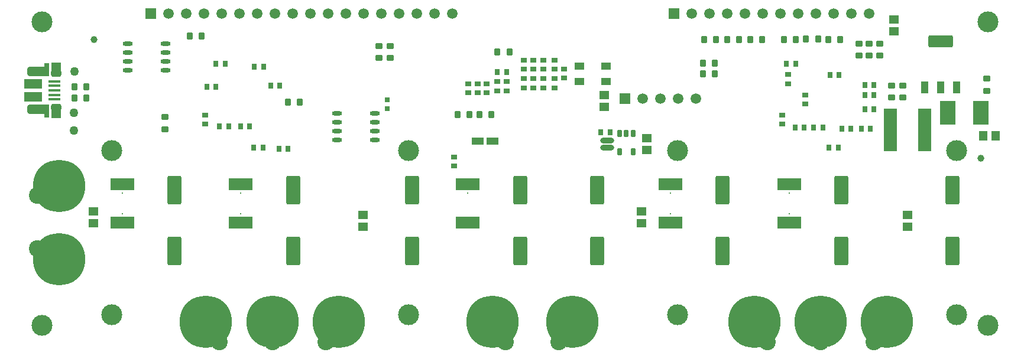
<source format=gbr>
%TF.GenerationSoftware,Altium Limited,Altium Designer,18.1.7 (191)*%
G04 Layer_Color=255*
%FSLAX25Y25*%
%MOIN*%
%TF.FileFunction,Pads,Bot*%
%TF.Part,Single*%
G01*
G75*
%TA.AperFunction,SMDPad,CuDef*%
%ADD10C,0.00984*%
%ADD11R,0.06693X0.03937*%
%TA.AperFunction,FiducialPad,Global*%
%ADD12C,0.03937*%
%TA.AperFunction,SMDPad,CuDef*%
G04:AMPARAMS|DCode=14|XSize=39.37mil|YSize=35.43mil|CornerRadius=4.43mil|HoleSize=0mil|Usage=FLASHONLY|Rotation=180.000|XOffset=0mil|YOffset=0mil|HoleType=Round|Shape=RoundedRectangle|*
%AMROUNDEDRECTD14*
21,1,0.03937,0.02657,0,0,180.0*
21,1,0.03051,0.03543,0,0,180.0*
1,1,0.00886,-0.01526,0.01329*
1,1,0.00886,0.01526,0.01329*
1,1,0.00886,0.01526,-0.01329*
1,1,0.00886,-0.01526,-0.01329*
%
%ADD14ROUNDEDRECTD14*%
G04:AMPARAMS|DCode=15|XSize=39.37mil|YSize=35.43mil|CornerRadius=4.43mil|HoleSize=0mil|Usage=FLASHONLY|Rotation=270.000|XOffset=0mil|YOffset=0mil|HoleType=Round|Shape=RoundedRectangle|*
%AMROUNDEDRECTD15*
21,1,0.03937,0.02657,0,0,270.0*
21,1,0.03051,0.03543,0,0,270.0*
1,1,0.00886,-0.01329,-0.01526*
1,1,0.00886,-0.01329,0.01526*
1,1,0.00886,0.01329,0.01526*
1,1,0.00886,0.01329,-0.01526*
%
%ADD15ROUNDEDRECTD15*%
%ADD25R,0.02756X0.03347*%
%ADD26R,0.03347X0.02756*%
%TA.AperFunction,ComponentPad*%
%ADD37C,0.29528*%
%ADD38C,0.11811*%
G04:AMPARAMS|DCode=39|XSize=51.18mil|YSize=86.61mil|CornerRadius=12.8mil|HoleSize=0mil|Usage=FLASHONLY|Rotation=90.000|XOffset=0mil|YOffset=0mil|HoleType=Round|Shape=RoundedRectangle|*
%AMROUNDEDRECTD39*
21,1,0.05118,0.06102,0,0,90.0*
21,1,0.02559,0.08661,0,0,90.0*
1,1,0.02559,0.03051,0.01280*
1,1,0.02559,0.03051,-0.01280*
1,1,0.02559,-0.03051,-0.01280*
1,1,0.02559,-0.03051,0.01280*
%
%ADD39ROUNDEDRECTD39*%
G04:AMPARAMS|DCode=40|XSize=41.34mil|YSize=57.48mil|CornerRadius=10.34mil|HoleSize=0mil|Usage=FLASHONLY|Rotation=90.000|XOffset=0mil|YOffset=0mil|HoleType=Round|Shape=RoundedRectangle|*
%AMROUNDEDRECTD40*
21,1,0.04134,0.03681,0,0,90.0*
21,1,0.02067,0.05748,0,0,90.0*
1,1,0.02067,0.01841,0.01034*
1,1,0.02067,0.01841,-0.01034*
1,1,0.02067,-0.01841,-0.01034*
1,1,0.02067,-0.01841,0.01034*
%
%ADD40ROUNDEDRECTD40*%
%ADD41C,0.05906*%
%ADD42R,0.05906X0.05906*%
%ADD43C,0.09449*%
%TA.AperFunction,SMDPad,CuDef*%
%ADD48R,0.04921X0.05709*%
%ADD49R,0.08858X0.13780*%
G04:AMPARAMS|DCode=50|XSize=137.8mil|YSize=68.9mil|CornerRadius=8.61mil|HoleSize=0mil|Usage=FLASHONLY|Rotation=180.000|XOffset=0mil|YOffset=0mil|HoleType=Round|Shape=RoundedRectangle|*
%AMROUNDEDRECTD50*
21,1,0.13780,0.05167,0,0,180.0*
21,1,0.12057,0.06890,0,0,180.0*
1,1,0.01722,-0.06029,0.02584*
1,1,0.01722,0.06029,0.02584*
1,1,0.01722,0.06029,-0.02584*
1,1,0.01722,-0.06029,-0.02584*
%
%ADD50ROUNDEDRECTD50*%
G04:AMPARAMS|DCode=51|XSize=43.31mil|YSize=68.9mil|CornerRadius=5.41mil|HoleSize=0mil|Usage=FLASHONLY|Rotation=180.000|XOffset=0mil|YOffset=0mil|HoleType=Round|Shape=RoundedRectangle|*
%AMROUNDEDRECTD51*
21,1,0.04331,0.05807,0,0,180.0*
21,1,0.03248,0.06890,0,0,180.0*
1,1,0.01083,-0.01624,0.02904*
1,1,0.01083,0.01624,0.02904*
1,1,0.01083,0.01624,-0.02904*
1,1,0.01083,-0.01624,-0.02904*
%
%ADD51ROUNDEDRECTD51*%
G04:AMPARAMS|DCode=52|XSize=43.31mil|YSize=68.9mil|CornerRadius=5.41mil|HoleSize=0mil|Usage=FLASHONLY|Rotation=180.000|XOffset=0mil|YOffset=0mil|HoleType=Round|Shape=RoundedRectangle|*
%AMROUNDEDRECTD52*
21,1,0.04331,0.05807,0,0,180.0*
21,1,0.03248,0.06890,0,0,180.0*
1,1,0.01083,-0.01624,0.02904*
1,1,0.01083,0.01624,0.02904*
1,1,0.01083,0.01624,-0.02904*
1,1,0.01083,-0.01624,-0.02904*
%
%ADD52ROUNDEDRECTD52*%
%ADD53R,0.05709X0.04921*%
G04:AMPARAMS|DCode=54|XSize=23.62mil|YSize=39.37mil|CornerRadius=2.95mil|HoleSize=0mil|Usage=FLASHONLY|Rotation=0.000|XOffset=0mil|YOffset=0mil|HoleType=Round|Shape=RoundedRectangle|*
%AMROUNDEDRECTD54*
21,1,0.02362,0.03347,0,0,0.0*
21,1,0.01772,0.03937,0,0,0.0*
1,1,0.00591,0.00886,-0.01673*
1,1,0.00591,-0.00886,-0.01673*
1,1,0.00591,-0.00886,0.01673*
1,1,0.00591,0.00886,0.01673*
%
%ADD54ROUNDEDRECTD54*%
%ADD55O,0.07874X0.03150*%
%ADD56R,0.03150X0.02559*%
G04:AMPARAMS|DCode=57|XSize=78.74mil|YSize=161.42mil|CornerRadius=9.84mil|HoleSize=0mil|Usage=FLASHONLY|Rotation=180.000|XOffset=0mil|YOffset=0mil|HoleType=Round|Shape=RoundedRectangle|*
%AMROUNDEDRECTD57*
21,1,0.07874,0.14173,0,0,180.0*
21,1,0.05906,0.16142,0,0,180.0*
1,1,0.01968,-0.02953,0.07087*
1,1,0.01968,0.02953,0.07087*
1,1,0.01968,0.02953,-0.07087*
1,1,0.01968,-0.02953,-0.07087*
%
%ADD57ROUNDEDRECTD57*%
%ADD58R,0.13583X0.07087*%
%ADD59R,0.05512X0.03937*%
%ADD60O,0.05709X0.02362*%
%ADD61R,0.07795X0.24488*%
%ADD62R,0.06890X0.01575*%
G04:AMPARAMS|DCode=63|XSize=51.18mil|YSize=86.61mil|CornerRadius=12.8mil|HoleSize=0mil|Usage=FLASHONLY|Rotation=90.000|XOffset=0mil|YOffset=0mil|HoleType=Round|Shape=RoundedRectangle|*
%AMROUNDEDRECTD63*
21,1,0.05118,0.06102,0,0,90.0*
21,1,0.02559,0.08661,0,0,90.0*
1,1,0.02559,0.03051,0.01280*
1,1,0.02559,0.03051,-0.01280*
1,1,0.02559,-0.03051,-0.01280*
1,1,0.02559,-0.03051,0.01280*
%
%ADD63ROUNDEDRECTD63*%
%ADD64R,0.09843X0.05610*%
%ADD65R,0.05748X0.06299*%
%ADD66R,0.02756X0.07185*%
%ADD67C,0.05000*%
D10*
X431102Y78740D02*
D03*
Y76772D02*
D03*
X364173Y78740D02*
D03*
Y76772D02*
D03*
X122047Y78740D02*
D03*
Y76772D02*
D03*
X55118Y78740D02*
D03*
Y76772D02*
D03*
Y92520D02*
D03*
Y90551D02*
D03*
X122047Y92520D02*
D03*
Y90551D02*
D03*
X250000Y92520D02*
D03*
Y90551D02*
D03*
X364173Y92520D02*
D03*
Y90551D02*
D03*
X431102Y92520D02*
D03*
Y90551D02*
D03*
D11*
X255709Y119685D02*
D03*
X263976D02*
D03*
D12*
X539370Y110236D02*
D03*
X39370Y177165D02*
D03*
D14*
X200000Y173425D02*
D03*
Y166732D02*
D03*
X206299Y173425D02*
D03*
Y166732D02*
D03*
X79134Y126575D02*
D03*
Y133268D02*
D03*
X495275Y144291D02*
D03*
Y150984D02*
D03*
X488976Y144291D02*
D03*
Y150984D02*
D03*
X482283Y167913D02*
D03*
Y174606D02*
D03*
X476378D02*
D03*
Y167913D02*
D03*
X470472Y174606D02*
D03*
Y167913D02*
D03*
X542520Y148228D02*
D03*
Y154921D02*
D03*
D15*
X389173Y163779D02*
D03*
X382480D02*
D03*
X389173Y157874D02*
D03*
X382480D02*
D03*
X453346Y177165D02*
D03*
X460039D02*
D03*
X440748Y177253D02*
D03*
X447441D02*
D03*
X428150Y177165D02*
D03*
X434842D02*
D03*
X415945Y177165D02*
D03*
X409252D02*
D03*
X402953Y177165D02*
D03*
X396260D02*
D03*
X389961Y177165D02*
D03*
X383268D02*
D03*
X273425Y170079D02*
D03*
X266732D02*
D03*
X263189Y134645D02*
D03*
X256496D02*
D03*
X250984Y134646D02*
D03*
X244291D02*
D03*
X148622Y141732D02*
D03*
X155315D02*
D03*
X34843Y144094D02*
D03*
X28150D02*
D03*
X34843Y150394D02*
D03*
X28150D02*
D03*
X99803Y179134D02*
D03*
X93110D02*
D03*
D25*
X330118Y124803D02*
D03*
X325000D02*
D03*
X266732Y158661D02*
D03*
X271850D02*
D03*
X478937Y151575D02*
D03*
X473819D02*
D03*
X478937Y137795D02*
D03*
X473819D02*
D03*
X478937Y145669D02*
D03*
X473819D02*
D03*
X471850Y126772D02*
D03*
X476968D02*
D03*
X460827D02*
D03*
X465945D02*
D03*
X453740Y116142D02*
D03*
X458858D02*
D03*
X459252Y157087D02*
D03*
X454134D02*
D03*
X445079Y127559D02*
D03*
X450197D02*
D03*
X429724Y163386D02*
D03*
X434842D02*
D03*
X439567Y127559D02*
D03*
X434449D02*
D03*
X143504Y115354D02*
D03*
X148622D02*
D03*
X129331Y116142D02*
D03*
X134449D02*
D03*
X138779Y151181D02*
D03*
X143898D02*
D03*
X134843Y161811D02*
D03*
X129724D02*
D03*
X121850Y127953D02*
D03*
X126969D02*
D03*
X108071Y163386D02*
D03*
X113189D02*
D03*
X115157Y127953D02*
D03*
X110039D02*
D03*
X102953Y150394D02*
D03*
X108071D02*
D03*
D26*
X255512Y152165D02*
D03*
Y147047D02*
D03*
X260630Y152165D02*
D03*
Y147047D02*
D03*
X287008Y165551D02*
D03*
Y160433D02*
D03*
X292520Y165551D02*
D03*
Y160433D02*
D03*
X298819Y154921D02*
D03*
Y149803D02*
D03*
X287008Y154921D02*
D03*
Y149803D02*
D03*
X281496Y160433D02*
D03*
Y165551D02*
D03*
X298819D02*
D03*
Y160433D02*
D03*
X281496Y149803D02*
D03*
Y154921D02*
D03*
X292520Y149803D02*
D03*
Y154921D02*
D03*
X304331Y155315D02*
D03*
Y160433D02*
D03*
X272047Y153347D02*
D03*
Y148228D02*
D03*
X440158Y140748D02*
D03*
Y145866D02*
D03*
X430709Y157283D02*
D03*
Y152165D02*
D03*
X427165Y129331D02*
D03*
Y134449D02*
D03*
X250394Y152165D02*
D03*
Y147047D02*
D03*
X101969Y129331D02*
D03*
Y134449D02*
D03*
X266535Y153347D02*
D03*
Y148228D02*
D03*
X242126Y105709D02*
D03*
Y110827D02*
D03*
D37*
X139764Y17717D02*
D03*
X102362D02*
D03*
X177165D02*
D03*
X486221D02*
D03*
X263779Y17717D02*
D03*
X411417Y17717D02*
D03*
X448819D02*
D03*
X309055Y17717D02*
D03*
X19685Y94488D02*
D03*
X19685Y53150D02*
D03*
D38*
X216535Y114567D02*
D03*
X49213D02*
D03*
X9843Y15748D02*
D03*
X216535Y21654D02*
D03*
X525591Y114567D02*
D03*
X543307Y187008D02*
D03*
X525591Y21654D02*
D03*
X49213D02*
D03*
X9843Y187008D02*
D03*
X368110Y114567D02*
D03*
Y21654D02*
D03*
X543307Y15748D02*
D03*
D39*
X5906Y137697D02*
D03*
Y159154D02*
D03*
D40*
X17815Y138878D02*
D03*
Y157972D02*
D03*
D41*
X378583Y143701D02*
D03*
X368583D02*
D03*
X358583D02*
D03*
X348583D02*
D03*
X81260Y191732D02*
D03*
X91260D02*
D03*
X101260D02*
D03*
X111260D02*
D03*
X121260D02*
D03*
X131260D02*
D03*
X141260D02*
D03*
X151260D02*
D03*
X161260D02*
D03*
X171260D02*
D03*
X181260D02*
D03*
X191260D02*
D03*
X201260D02*
D03*
X211260D02*
D03*
X221260D02*
D03*
X231260D02*
D03*
X241260D02*
D03*
X376142D02*
D03*
X386142D02*
D03*
X396142D02*
D03*
X406142D02*
D03*
X416142D02*
D03*
X426142D02*
D03*
X436142D02*
D03*
X446142D02*
D03*
X456142D02*
D03*
X466142D02*
D03*
X476142D02*
D03*
D42*
X338583Y143701D02*
D03*
X71260Y191732D02*
D03*
X366142D02*
D03*
D43*
X418898Y6299D02*
D03*
X448898D02*
D03*
X478898D02*
D03*
X109843D02*
D03*
X139842D02*
D03*
X169843D02*
D03*
X7087Y58976D02*
D03*
Y88976D02*
D03*
X301260Y6299D02*
D03*
X271260D02*
D03*
D48*
X547441Y122835D02*
D03*
X540748D02*
D03*
D49*
X520571Y135827D02*
D03*
X539272D02*
D03*
D50*
X516535Y175984D02*
D03*
D51*
X507480Y150000D02*
D03*
X516535D02*
D03*
D52*
X525591D02*
D03*
D53*
X490158Y188386D02*
D03*
Y181693D02*
D03*
X38976Y80118D02*
D03*
Y73425D02*
D03*
X498031Y78149D02*
D03*
Y71457D02*
D03*
X348031Y80118D02*
D03*
Y73425D02*
D03*
X350787Y114764D02*
D03*
Y121457D02*
D03*
X190945Y78149D02*
D03*
Y71457D02*
D03*
X326772Y145866D02*
D03*
Y139173D02*
D03*
D54*
X335630Y113779D02*
D03*
X343110Y124016D02*
D03*
X339370D02*
D03*
X335630D02*
D03*
X343110Y113779D02*
D03*
D55*
X328740Y116142D02*
D03*
Y120079D02*
D03*
D56*
X204724Y143012D02*
D03*
Y138091D02*
D03*
D57*
X393701Y57677D02*
D03*
Y91929D02*
D03*
X151575Y57677D02*
D03*
Y91929D02*
D03*
X523228Y57677D02*
D03*
Y91929D02*
D03*
X279527Y57677D02*
D03*
Y91929D02*
D03*
X322834Y57677D02*
D03*
Y91929D02*
D03*
X460630Y57677D02*
D03*
Y91929D02*
D03*
X218504Y57677D02*
D03*
Y91929D02*
D03*
X84645Y57677D02*
D03*
Y91929D02*
D03*
D58*
X431102Y95571D02*
D03*
Y73721D02*
D03*
X364173Y95571D02*
D03*
Y73721D02*
D03*
X250000Y95571D02*
D03*
Y73721D02*
D03*
X122047Y95571D02*
D03*
Y73721D02*
D03*
X55118Y95571D02*
D03*
Y73721D02*
D03*
D59*
X327953Y162205D02*
D03*
X312992D02*
D03*
X327953Y153543D02*
D03*
X312992D02*
D03*
D60*
X176279Y120453D02*
D03*
Y125453D02*
D03*
Y130453D02*
D03*
Y135453D02*
D03*
X197736Y120453D02*
D03*
Y125453D02*
D03*
Y130453D02*
D03*
Y135453D02*
D03*
X58169Y159823D02*
D03*
Y164823D02*
D03*
Y169823D02*
D03*
X79626Y164823D02*
D03*
Y169823D02*
D03*
Y159823D02*
D03*
X58169Y174823D02*
D03*
X79626D02*
D03*
D61*
X507717Y125984D02*
D03*
X488346D02*
D03*
D62*
X17028Y153543D02*
D03*
Y145866D02*
D03*
Y150984D02*
D03*
Y148425D02*
D03*
Y143307D02*
D03*
D63*
X9351Y159154D02*
D03*
Y137697D02*
D03*
D64*
X4921Y152165D02*
D03*
Y144685D02*
D03*
D65*
X17815Y135827D02*
D03*
Y161024D02*
D03*
D66*
X12598Y136665D02*
D03*
Y160187D02*
D03*
D67*
X27953Y135827D02*
D03*
X28346Y159055D02*
D03*
X27953Y125591D02*
D03*
%TF.MD5,408528e555b8fb0fd05addedc7f05b14*%
M02*

</source>
